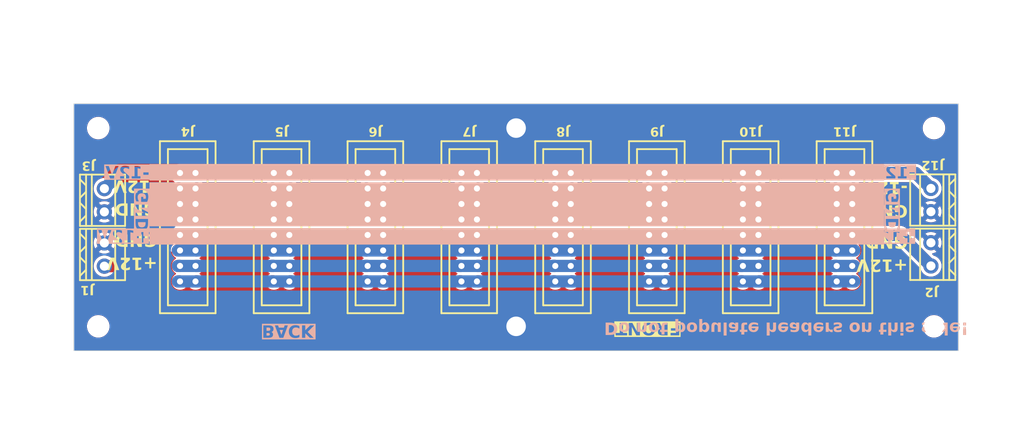
<source format=kicad_pcb>
(kicad_pcb (version 20240108) (generator "pcbnew") (generator_version "8.0")
  (layers (0 "F.Cu" signal) (31 "B.Cu" signal) (34 "B.Paste" user) (35 "F.Paste" user) (36 "B.SilkS" user "B.Silkscreen") (37 "F.SilkS" user "F.Silkscreen") (38 "B.Mask" user) (39 "F.Mask" user) (44 "Edge.Cuts" user))
  (net 0 "")
  (net 1 "GND")
  (net 2 "+12V")
  (net 3 "-12V")
  (net 4 "Net-(J10-Pin_11)")
  (net 5 "Net-(J10-Pin_13)")
  (net 6 "Net-(J10-Pin_15)")
  (footprint "BYOM_General:IDC-Header_2x08_P2.54mm_Vertical" (layer "F.Cu") (at 197.3 78.36)
    (property "Reference" "J9" (at 1.27 -6.86 180) (layer "F.SilkS") (effects (font (size 1.5 1.5) (thickness 0.2) (bold yes))))
    (property "Value" "EURORACK_16_PIN")
    (fp_line (start -4.68 -0.5) (end -4.68 0.5) (stroke (width 0.3)) (layer "F.SilkS"))
    (fp_line (start -4.68 0.5) (end -3.68 0) (stroke (width 0.3)) (layer "F.SilkS"))
    (fp_line (start -3.68 0) (end -4.68 -0.5) (stroke (width 0.3)) (layer "F.SilkS"))
    (fp_line (start -3.29 -5.21) (end 5.83 -5.21) (stroke (width 0.3)) (layer "F.SilkS"))
    (fp_line (start -3.29 6.84) (end -1.98 6.84) (stroke (width 0.3)) (layer "F.SilkS"))
    (fp_line (start -3.29 22.99) (end -3.29 -5.21) (stroke (width 0.3)) (layer "F.SilkS"))
    (fp_line (start -1.98 -3.91) (end 4.52 -3.91) (stroke (width 0.3)) (layer "F.SilkS"))
    (fp_line (start -1.98 6.84) (end -1.98 -3.91) (stroke (width 0.3)) (layer "F.SilkS"))
    (fp_line (start -1.98 10.94) (end -3.29 10.94) (stroke (width 0.3)) (layer "F.SilkS"))
    (fp_line (start -1.98 10.94) (end -1.98 10.94) (stroke (width 0.3)) (layer "F.SilkS"))
    (fp_line (start -1.98 21.69) (end -1.98 10.94) (stroke (width 0.3)) (layer "F.SilkS"))
    (fp_line (start 4.52 -3.91) (end 4.52 21.69) (stroke (width 0.3)) (layer "F.SilkS"))
    (fp_line (start 4.52 21.69) (end -1.98 21.69) (stroke (width 0.3)) (layer "F.SilkS"))
    (fp_line (start 5.83 -5.21) (end 5.83 22.99) (stroke (width 0.3)) (layer "F.SilkS"))
    (fp_line (start 5.83 22.99) (end -3.29 22.99) (stroke (width 0.3)) (layer "F.SilkS"))
    (pad "1" thru_hole roundrect (at 0 0) (size 2.3 2) (drill 1 (offset -0.2 0)) (layers "*.Cu" "*.Mask") (roundrect_rratio 0.147059) (net 3 "-12V"))
    (pad "2" thru_hole oval (at 2.54 0) (size 2.3 2) (drill 1 (offset 0.2 0)) (layers "*.Cu" "*.Mask") (net 3 "-12V"))
    (pad "3" thru_hole oval (at 0 2.54) (size 2.3 2) (drill 1 (offset -0.2 0)) (layers "*.Cu" "*.Mask") (net 1 "GND"))
    (pad "4" thru_hole oval (at 2.54 2.54) (size 2.3 2) (drill 1 (offset 0.2 0)) (layers "*.Cu" "*.Mask") (net 1 "GND"))
    (pad "5" thru_hole oval (at 0 5.08) (size 2.3 2) (drill 1 (offset -0.2 0)) (layers "*.Cu" "*.Mask") (net 1 "GND"))
    (pad "6" thru_hole oval (at 2.54 5.08) (size 2.3 2) (drill 1 (offset 0.2 0)) (layers "*.Cu" "*.Mask") (net 1 "GND"))
    (pad "7" thru_hole oval (at 0 7.62) (size 2.3 2) (drill 1 (offset -0.2 0)) (layers "*.Cu" "*.Mask") (net 1 "GND"))
    (pad "8" thru_hole oval (at 2.54 7.62) (size 2.3 2) (drill 1 (offset 0.2 0)) (layers "*.Cu" "*.Mask") (net 1 "GND"))
    (pad "9" thru_hole oval (at 0 10.16) (size 2.3 2) (drill 1 (offset -0.2 0)) (layers "*.Cu" "*.Mask") (net 2 "+12V"))
    (pad "10" thru_hole oval (at 2.54 10.16) (size 2.3 2) (drill 1 (offset 0.2 0)) (layers "*.Cu" "*.Mask") (net 2 "+12V"))
    (pad "11" thru_hole oval (at 0 12.7) (size 2.3 2) (drill 1 (offset -0.2 0)) (layers "*.Cu" "*.Mask") (net 4 "Net-(J10-Pin_11)"))
    (pad "12" thru_hole oval (at 2.54 12.7) (size 2.3 2) (drill 1 (offset 0.2 0)) (layers "*.Cu" "*.Mask") (net 4 "Net-(J10-Pin_11)"))
    (pad "13" thru_hole oval (at 0 15.24) (size 2.3 2) (drill 1 (offset -0.2 0)) (layers "*.Cu" "*.Mask") (net 5 "Net-(J10-Pin_13)"))
    (pad "14" thru_hole oval (at 2.54 15.24) (size 2.3 2) (drill 1 (offset 0.2 0)) (layers "*.Cu" "*.Mask") (net 5 "Net-(J10-Pin_13)"))
    (pad "15" thru_hole oval (at 0 17.78) (size 2.3 2) (drill 1 (offset -0.2 0)) (layers "*.Cu" "*.Mask") (net 6 "Net-(J10-Pin_15)"))
    (pad "16" thru_hole oval (at 2.54 17.78) (size 2.3 2) (drill 1 (offset 0.2 0)) (layers "*.Cu" "*.Mask") (net 6 "Net-(J10-Pin_15)"))
  )
  (footprint "BYOM_General:5.08 01X02" (layer "F.Cu") (at 243.8 82.794996 90)
    (property "Reference" "J12" (at 5.794996 0 180) (layer "F.SilkS") (effects (font (size 1.5 1.5) (thickness 0.2) (bold yes))))
    (property "Value" "Screw_Terminal_01x02")
    (fp_line (start 4.205029 -3.7) (end 4.205029 3.7) (stroke (width 0.3)) (layer "F.SilkS"))
    (fp_line (start -4.205029 -3.699975) (end 4.205029 -3.7) (stroke (width 0.3)) (layer "F.SilkS"))
    (fp_line (start -4.205029 -3.699975) (end -4.205029 3.7) (stroke (width 0.3)) (layer "F.SilkS"))
    (fp_line (start -4.205029 -2.07775) (end 4.205029 -2.07775) (stroke (width 0.3)) (layer "F.SilkS"))
    (fp_line (start -4.205029 1.754407) (end 4.205029 1.754407) (stroke (width 0.3)) (layer "F.SilkS"))
    (fp_line (start 2.562103 2.7) (end 2.562103 2.764211) (stroke (width 0.3)) (layer "F.SilkS"))
    (fp_line (start -1.392304 2.7) (end -0.392304 3.7) (stroke (width 0.3)) (layer "F.SilkS"))
    (fp_line (start -1.401626 2.7) (end -1.392304 2.7) (stroke (width 0.3)) (layer "F.SilkS"))
    (fp_line (start -4.205029 2.7) (end 4.205029 2.7) (stroke (width 0.3)) (layer "F.SilkS"))
    (fp_line (start 2.562103 2.764211) (end 3.497892 3.7) (stroke (width 0.3)) (layer "F.SilkS"))
    (fp_line (start 0.432487 3.7) (end 1.432487 2.7) (stroke (width 0.3)) (layer "F.SilkS"))
    (fp_line (start 0.403099 3.7) (end 0.432487 3.7) (stroke (width 0.3)) (layer "F.SilkS"))
    (fp_line (start -3.424308 3.7) (end -2.424308 2.7) (stroke (width 0.3)) (layer "F.SilkS"))
    (fp_line (start -3.426949 3.7) (end -3.424308 3.7) (stroke (width 0.3)) (layer "F.SilkS"))
    (fp_line (start -4.205029 3.7) (end 4.205004 3.7) (stroke (width 0.3)) (layer "F.SilkS"))
    (pad "1" thru_hole circle (at -1.905004 -0.3 90) (size 2.5 2.5) (drill 1.500025) (layers "*.Cu" "*.Mask") (net 1 "GND"))
    (pad "2" thru_hole circle (at 1.905004 -0.3 90) (size 2.5 2.5) (drill 1.500025) (layers "*.Cu" "*.Mask") (net 3 "-12V"))
  )
  (footprint "MountingHole:MountingHole_3.2mm_M3" (layer "F.Cu") (at 244 71)
    (property "Reference" "REF**" (hide yes))
    (property "Value" "MountingHole_3.2mm_M3")
    (pad "" np_thru_hole circle (at 0 0) (size 3.2 3.2) (drill 3.2) (layers "*.Cu" "*.Mask"))
  )
  (footprint "BYOM_General:IDC-Header_2x08_P2.54mm_Vertical" (layer "F.Cu") (at 120.4 78.36)
    (property "Reference" "J4" (at 1.27 -6.86 180) (layer "F.SilkS") (effects (font (size 1.5 1.5) (thickness 0.2) (bold yes))))
    (property "Value" "EURORACK_16_PIN")
    (fp_line (start -4.68 -0.5) (end -4.68 0.5) (stroke (width 0.3)) (layer "F.SilkS"))
    (fp_line (start -4.68 0.5) (end -3.68 0) (stroke (width 0.3)) (layer "F.SilkS"))
    (fp_line (start -3.68 0) (end -4.68 -0.5) (stroke (width 0.3)) (layer "F.SilkS"))
    (fp_line (start -3.29 -5.21) (end 5.83 -5.21) (stroke (width 0.3)) (layer "F.SilkS"))
    (fp_line (start -3.29 6.84) (end -1.98 6.84) (stroke (width 0.3)) (layer "F.SilkS"))
    (fp_line (start -3.29 22.99) (end -3.29 -5.21) (stroke (width 0.3)) (layer "F.SilkS"))
    (fp_line (start -1.98 -3.91) (end 4.52 -3.91) (stroke (width 0.3)) (layer "F.SilkS"))
    (fp_line (start -1.98 6.84) (end -1.98 -3.91) (stroke (width 0.3)) (layer "F.SilkS"))
    (fp_line (start -1.98 10.94) (end -3.29 10.94) (stroke (width 0.3)) (layer "F.SilkS"))
    (fp_line (start -1.98 10.94) (end -1.98 10.94) (stroke (width 0.3)) (layer "F.SilkS"))
    (fp_line (start -1.98 21.69) (end -1.98 10.94) (stroke (width 0.3)) (layer "F.SilkS"))
    (fp_line (start 4.52 -3.91) (end 4.52 21.69) (stroke (width 0.3)) (layer "F.SilkS"))
    (fp_line (start 4.52 21.69) (end -1.98 21.69) (stroke (width 0.3)) (layer "F.SilkS"))
    (fp_line (start 5.83 -5.21) (end 5.83 22.99) (stroke (width 0.3)) (layer "F.SilkS"))
    (fp_line (start 5.83 22.99) (end -3.29 22.99) (stroke (width 0.3)) (layer "F.SilkS"))
    (pad "1" thru_hole roundrect (at 0 0) (size 2.3 2) (drill 1 (offset -0.2 0)) (layers "*.Cu" "*.Mask") (roundrect_rratio 0.147059) (net 3 "-12V"))
    (pad "2" thru_hole oval (at 2.54 0) (size 2.3 2) (drill 1 (offset 0.2 0)) (layers "*.Cu" "*.Mask") (net 3 "-12V"))
    (pad "3" thru_hole oval (at 0 2.54) (size 2.3 2) (drill 1 (offset -0.2 0)) (layers "*.Cu" "*.Mask") (net 1 "GND"))
    (pad "4" thru_hole oval (at 2.54 2.54) (size 2.3 2) (drill 1 (offset 0.2 0)) (layers "*.Cu" "*.Mask") (net 1 "GND"))
    (pad "5" thru_hole oval (at 0 5.08) (size 2.3 2) (drill 1 (offset -0.2 0)) (layers "*.Cu" "*.Mask") (net 1 "GND"))
    (pad "6" thru_hole oval (at 2.54 5.08) (size 2.3 2) (drill 1 (offset 0.2 0)) (layers "*.Cu" "*.Mask") (net 1 "GND"))
    (pad "7" thru_hole oval (at 0 7.62) (size 2.3 2) (drill 1 (offset -0.2 0)) (layers "*.Cu" "*.Mask") (net 1 "GND"))
    (pad "8" thru_hole oval (at 2.54 7.62) (size 2.3 2) (drill 1 (offset 0.2 0)) (layers "*.Cu" "*.Mask") (net 1 "GND"))
    (pad "9" thru_hole oval (at 0 10.16) (size 2.3 2) (drill 1 (offset -0.2 0)) (layers "*.Cu" "*.Mask") (net 2 "+12V"))
    (pad "10" thru_hole oval (at 2.54 10.16) (size 2.3 2) (drill 1 (offset 0.2 0)) (layers "*.Cu" "*.Mask") (net 2 "+12V"))
    (pad "11" thru_hole oval (at 0 12.7) (size 2.3 2) (drill 1 (offset -0.2 0)) (layers "*.Cu" "*.Mask") (net 4 "Net-(J10-Pin_11)"))
    (pad "12" thru_hole oval (at 2.54 12.7) (size 2.3 2) (drill 1 (offset 0.2 0)) (layers "*.Cu" "*.Mask") (net 4 "Net-(J10-Pin_11)"))
    (pad "13" thru_hole oval (at 0 15.24) (size 2.3 2) (drill 1 (offset -0.2 0)) (layers "*.Cu" "*.Mask") (net 5 "Net-(J10-Pin_13)"))
    (pad "14" thru_hole oval (at 2.54 15.24) (size 2.3 2) (drill 1 (offset 0.2 0)) (layers "*.Cu" "*.Mask") (net 5 "Net-(J10-Pin_13)"))
    (pad "15" thru_hole oval (at 0 17.78) (size 2.3 2) (drill 1 (offset -0.2 0)) (layers "*.Cu" "*.Mask") (net 6 "Net-(J10-Pin_15)"))
    (pad "16" thru_hole oval (at 2.54 17.78) (size 2.3 2) (drill 1 (offset 0.2 0)) (layers "*.Cu" "*.Mask") (net 6 "Net-(J10-Pin_15)"))
  )
  (footprint "BYOM_General:5.08 01X02" (layer "F.Cu") (at 107.7 91.729997 -90)
    (property "Reference" "J1" (at 5.770003 2.5 180) (layer "F.SilkS") (effects (font (size 1.5 1.5) (thickness 0.2) (bold yes))))
    (property "Value" "Screw_Terminal_01x02")
    (fp_line (start -4.205029 3.7) (end 4.205004 3.7) (stroke (width 0.3)) (layer "F.SilkS"))
    (fp_line (start -3.426949 3.7) (end -3.424308 3.7) (stroke (width 0.3)) (layer "F.SilkS"))
    (fp_line (start -3.424308 3.7) (end -2.424308 2.7) (stroke (width 0.3)) (layer "F.SilkS"))
    (fp_line (start 0.403099 3.7) (end 0.432487 3.7) (stroke (width 0.3)) (layer "F.SilkS"))
    (fp_line (start 0.432487 3.7) (end 1.432487 2.7) (stroke (width 0.3)) (layer "F.SilkS"))
    (fp_line (start 2.562103 2.764211) (end 3.497892 3.7) (stroke (width 0.3)) (layer "F.SilkS"))
    (fp_line (start -4.205029 2.7) (end 4.205029 2.7) (stroke (width 0.3)) (layer "F.SilkS"))
    (fp_line (start -1.401626 2.7) (end -1.392304 2.7) (stroke (width 0.3)) (layer "F.SilkS"))
    (fp_line (start -1.392304 2.7) (end -0.392304 3.7) (stroke (width 0.3)) (layer "F.SilkS"))
    (fp_line (start 2.562103 2.7) (end 2.562103 2.764211) (stroke (width 0.3)) (layer "F.SilkS"))
    (fp_line (start -4.205029 1.754407) (end 4.205029 1.754407) (stroke (width 0.3)) (layer "F.SilkS"))
    (fp_line (start -4.205029 -2.07775) (end 4.205029 -2.07775) (stroke (width 0.3)) (layer "F.SilkS"))
    (fp_line (start -4.205029 -3.699975) (end -4.205029 3.7) (stroke (width 0.3)) (layer "F.SilkS"))
    (fp_line (start -4.205029 -3.699975) (end 4.205029 -3.7) (stroke (width 0.3)) (layer "F.SilkS"))
    (fp_line (start 4.205029 -3.7) (end 4.205029 3.7) (stroke (width 0.3)) (layer "F.SilkS"))
    (pad "1" thru_hole circle (at -1.905004 -0.3 270) (size 2.5 2.5) (drill 1.500025) (layers "*.Cu" "*.Mask") (net 1 "GND"))
    (pad "2" thru_hole circle (at 1.905004 -0.3 270) (size 2.5 2.5) (drill 1.500025) (layers "*.Cu" "*.Mask") (net 2 "+12V"))
  )
  (footprint "BYOM_General:IDC-Header_2x08_P2.54mm_Vertical" (layer "F.Cu") (at 151.16 78.36)
    (property "Reference" "J6" (at 1.27 -6.86 180) (layer "F.SilkS") (effects (font (size 1.5 1.5) (thickness 0.2) (bold yes))))
    (property "Value" "EURORACK_16_PIN")
    (fp_line (start -4.68 -0.5) (end -4.68 0.5) (stroke (width 0.3)) (layer "F.SilkS"))
    (fp_line (start -4.68 0.5) (end -3.68 0) (stroke (width 0.3)) (layer "F.SilkS"))
    (fp_line (start -3.68 0) (end -4.68 -0.5) (stroke (width 0.3)) (layer "F.SilkS"))
    (fp_line (start -3.29 -5.21) (end 5.83 -5.21) (stroke (width 0.3)) (layer "F.SilkS"))
    (fp_line (start -3.29 6.84) (end -1.98 6.84) (stroke (width 0.3)) (layer "F.SilkS"))
    (fp_line (start -3.29 22.99) (end -3.29 -5.21) (stroke (width 0.3)) (layer "F.SilkS"))
    (fp_line (start -1.98 -3.91) (end 4.52 -3.91) (stroke (width 0.3)) (layer "F.SilkS"))
    (fp_line (start -1.98 6.84) (end -1.98 -3.91) (stroke (width 0.3)) (layer "F.SilkS"))
    (fp_line (start -1.98 10.94) (end -3.29 10.94) (stroke (width 0.3)) (layer "F.SilkS"))
    (fp_line (start -1.98 10.94) (end -1.98 10.94) (stroke (width 0.3)) (layer "F.SilkS"))
    (fp_line (start -1.98 21.69) (end -1.98 10.94) (stroke (width 0.3)) (layer "F.SilkS"))
    (fp_line (start 4.52 -3.91) (end 4.52 21.69) (stroke (width 0.3)) (layer "F.SilkS"))
    (fp_line (start 4.52 21.69) (end -1.98 21.69) (stroke (width 0.3)) (layer "F.SilkS"))
    (fp_line (start 5.83 -5.21) (end 5.83 22.99) (stroke (width 0.3)) (layer "F.SilkS"))
    (fp_line (start 5.83 22.99) (end -3.29 22.99) (stroke (width 0.3)) (layer "F.SilkS"))
    (pad "1" thru_hole roundrect (at 0 0) (size 2.3 2) (drill 1 (offset -0.2 0)) (layers "*.Cu" "*.Mask") (roundrect_rratio 0.147059) (net 3 "-12V"))
    (pad "2" thru_hole oval (at 2.54 0) (size 2.3 2) (drill 1 (offset 0.2 0)) (layers "*.Cu" "*.Mask") (net 3 "-12V"))
    (pad "3" thru_hole oval (at 0 2.54) (size 2.3 2) (drill 1 (offset -0.2 0)) (layers "*.Cu" "*.Mask") (net 1 "GND"))
    (pad "4" thru_hole oval (at 2.54 2.54) (size 2.3 2) (drill 1 (offset 0.2 0)) (layers "*.Cu" "*.Mask") (net 1 "GND"))
    (pad "5" thru_hole oval (at 0 5.08) (size 2.3 2) (drill 1 (offset -0.2 0)) (layers "*.Cu" "*.Mask") (net 1 "GND"))
    (pad "6" thru_hole oval (at 2.54 5.08) (size 2.3 2) (drill 1 (offset 0.2 0)) (layers "*.Cu" "*.Mask") (net 1 "GND"))
    (pad "7" thru_hole oval (at 0 7.62) (size 2.3 2) (drill 1 (offset -0.2 0)) (layers "*.Cu" "*.Mask") (net 1 "GND"))
    (pad "8" thru_hole oval (at 2.54 7.62) (size 2.3 2) (drill 1 (offset 0.2 0)) (layers "*.Cu" "*.Mask") (net 1 "GND"))
    (pad "9" thru_hole oval (at 0 10.16) (size 2.3 2) (drill 1 (offset -0.2 0)) (layers "*.Cu" "*.Mask") (net 2 "+12V"))
    (pad "10" thru_hole oval (at 2.54 10.16) (size 2.3 2) (drill 1 (offset 0.2 0)) (layers "*.Cu" "*.Mask") (net 2 "+12V"))
    (pad "11" thru_hole oval (at 0 12.7) (size 2.3 2) (drill 1 (offset -0.2 0)) (layers "*.Cu" "*.Mask") (net 4 "Net-(J10-Pin_11)"))
    (pad "12" thru_hole oval (at 2.54 12.7) (size 2.3 2) (drill 1 (offset 0.2 0)) (layers "*.Cu" "*.Mask") (net 4 "Net-(J10-Pin_11)"))
    (pad "13" thru_hole oval (at 0 15.24) (size 2.3 2) (drill 1 (offset -0.2 0)) (layers "*.Cu" "*.Mask") (net 5 "Net-(J10-Pin_13)"))
    (pad "14" thru_hole oval (at 2.54 15.24) (size 2.3 2) (drill 1 (offset 0.2 0)) (layers "*.Cu" "*.Mask") (net 5 "Net-(J10-Pin_13)"))
    (pad "15" thru_hole oval (at 0 17.78) (size 2.3 2) (drill 1 (offset -0.2 0)) (layers "*.Cu" "*.Mask") (net 6 "Net-(J10-Pin_15)"))
    (pad "16" thru_hole oval (at 2.54 17.78) (size 2.3 2) (drill 1 (offset 0.2 0)) (layers "*.Cu" "*.Mask") (net 6 "Net-(J10-Pin_15)"))
  )
  (footprint "MountingHole:MountingHole_3.2mm_M3" (layer "F.Cu") (at 175.5 71)
    (property "Reference" "REF**" (hide yes))
    (property "Value" "MountingHole_3.2mm_M3")
    (pad "" np_thru_hole circle (at 0 0) (size 3.2 3.2) (drill 3.2) (layers "*.Cu" "*.Mask"))
  )
  (footprint "BYOM_General:5.08 01X02" (layer "F.Cu") (at 107.7 82.829997 -90)
    (property "Reference" "J3" (at -5.729997 2.3 180) (layer "F.SilkS") (effects (font (size 1.5 1.5) (thickness 0.2) (bold yes))))
    (property "Value" "Screw_Terminal_01x02")
    (fp_line (start -4.205029 3.7) (end 4.205004 3.7) (stroke (width 0.3)) (layer "F.SilkS"))
    (fp_line (start -3.426949 3.7) (end -3.424308 3.7) (stroke (width 0.3)) (layer "F.SilkS"))
    (fp_line (start -3.424308 3.7) (end -2.424308 2.7) (stroke (width 0.3)) (layer "F.SilkS"))
    (fp_line (start 0.403099 3.7) (end 0.432487 3.7) (stroke (width 0.3)) (layer "F.SilkS"))
    (fp_line (start 0.432487 3.7) (end 1.432487 2.7) (stroke (width 0.3)) (layer "F.SilkS"))
    (fp_line (start 2.562103 2.764211) (end 3.497892 3.7) (stroke (width 0.3)) (layer "F.SilkS"))
    (fp_line (start -4.205029 2.7) (end 4.205029 2.7) (stroke (width 0.3)) (layer "F.SilkS"))
    (fp_line (start -1.401626 2.7) (end -1.392304 2.7) (stroke (width 0.3)) (layer "F.SilkS"))
    (fp_line (start -1.392304 2.7) (end -0.392304 3.7) (stroke (width 0.3)) (layer "F.SilkS"))
    (fp_line (start 2.562103 2.7) (end 2.562103 2.764211) (stroke (width 0.3)) (layer "F.SilkS"))
    (fp_line (start -4.205029 1.754407) (end 4.205029 1.754407) (stroke (width 0.3)) (layer "F.SilkS"))
    (fp_line (start -4.205029 -2.07775) (end 4.205029 -2.07775) (stroke (width 0.3)) (layer "F.SilkS"))
    (fp_line (start -4.205029 -3.699975) (end -4.205029 3.7) (stroke (width 0.3)) (layer "F.SilkS"))
    (fp_line (start -4.205029 -3.699975) (end 4.205029 -3.7) (stroke (width 0.3)) (layer "F.SilkS"))
    (fp_line (start 4.205029 -3.7) (end 4.205029 3.7) (stroke (width 0.3)) (layer "F.SilkS"))
    (pad "1" thru_hole circle (at -1.905004 -0.3 270) (size 2.5 2.5) (drill 1.500025) (layers "*.Cu" "*.Mask") (net 3 "-12V"))
    (pad "2" thru_hole circle (at 1.905004 -0.3 270) (size 2.5 2.5) (drill 1.500025) (layers "*.Cu" "*.Mask") (net 1 "GND"))
  )
  (footprint "MountingHole:MountingHole_3.2mm_M3" (layer "F.Cu") (at 244 103.5)
    (property "Reference" "REF**" (hide yes))
    (property "Value" "MountingHole_3.2mm_M3")
    (pad "" np_thru_hole circle (at 0 0) (size 3.2 3.2) (drill 3.2) (layers "*.Cu" "*.Mask"))
  )
  (footprint "BYOM_General:IDC-Header_2x08_P2.54mm_Vertical" (layer "F.Cu") (at 181.92 78.36)
    (property "Reference" "J8" (at 1.27 -6.86 180) (layer "F.SilkS") (effects (font (size 1.5 1.5) (thickness 0.2) (bold yes))))
    (property "Value" "EURORACK_16_PIN")
    (fp_line (start -4.68 -0.5) (end -4.68 0.5) (stroke (width 0.3)) (layer "F.SilkS"))
    (fp_line (start -4.68 0.5) (end -3.68 0) (stroke (width 0.3)) (layer "F.SilkS"))
    (fp_line (start -3.68 0) (end -4.68 -0.5) (stroke (width 0.3)) (layer "F.SilkS"))
    (fp_line (start -3.29 -5.21) (end 5.83 -5.21) (stroke (width 0.3)) (layer "F.SilkS"))
    (fp_line (start -3.29 6.84) (end -1.98 6.84) (stroke (width 0.3)) (layer "F.SilkS"))
    (fp_line (start -3.29 22.99) (end -3.29 -5.21) (stroke (width 0.3)) (layer "F.SilkS"))
    (fp_line (start -1.98 -3.91) (end 4.52 -3.91) (stroke (width 0.3)) (layer "F.SilkS"))
    (fp_line (start -1.98 6.84) (end -1.98 -3.91) (stroke (width 0.3)) (layer "F.SilkS"))
    (fp_line (start -1.98 10.94) (end -3.29 10.94) (stroke (width 0.3)) (layer "F.SilkS"))
    (fp_line (start -1.98 10.94) (end -1.98 10.94) (stroke (width 0.3)) (layer "F.SilkS"))
    (fp_line (start -1.98 21.69) (end -1.98 10.94) (stroke (width 0.3)) (layer "F.SilkS"))
    (fp_line (start 4.52 -3.91) (end 4.52 21.69) (stroke (width 0.3)) (layer "F.SilkS"))
    (fp_line (start 4.52 21.69) (end -1.98 21.69) (stroke (width 0.3)) (layer "F.SilkS"))
    (fp_line (start 5.83 -5.21) (end 5.83 22.99) (stroke (width 0.3)) (layer "F.SilkS"))
    (fp_line (start 5.83 22.99) (end -3.29 22.99) (stroke (width 0.3)) (layer "F.SilkS"))
    (pad "1" thru_hole roundrect (at 0 0) (size 2.3 2) (drill 1 (offset -0.2 0)) (layers "*.Cu" "*.Mask") (roundrect_rratio 0.147059) (net 3 "-12V"))
    (pad "2" thru_hole oval (at 2.54 0) (size 2.3 2) (drill 1 (offset 0.2 0)) (layers "*.Cu" "*.Mask") (net 3 "-12V"))
    (pad "3" thru_hole oval (at 0 2.54) (size 2.3 2) (drill 1 (offset -0.2 0)) (layers "*.Cu" "*.Mask") (net 1 "GND"))
    (pad "4" thru_hole oval (at 2.54 2.54) (size 2.3 2) (drill 1 (offset 0.2 0)) (layers "*.Cu" "*.Mask") (net 1 "GND"))
    (pad "5" thru_hole oval (at 0 5.08) (size 2.3 2) (drill 1 (offset -0.2 0)) (layers "*.Cu" "*.Mask") (net 1 "GND"))
    (pad "6" thru_hole oval (at 2.54 5.08) (size 2.3 2) (drill 1 (offset 0.2 0)) (layers "*.Cu" "*.Mask") (net 1 "GND"))
    (pad "7" thru_hole oval (at 0 7.62) (size 2.3 2) (drill 1 (offset -0.2 0)) (layers "*.Cu" "*.Mask") (net 1 "GND"))
    (pad "8" thru_hole oval (at 2.54 7.62) (size 2.3 2) (drill 1 (offset 0.2 0)) (layers "*.Cu" "*.Mask") (net 1 "GND"))
    (pad "9" thru_hole oval (at 0 10.16) (size 2.3 2) (drill 1 (offset -0.2 0)) (layers "*.Cu" "*.Mask") (net 2 "+12V"))
    (pad "10" thru_hole oval (at 2.54 10.16) (size 2.3 2) (drill 1 (offset 0.2 0)) (layers "*.Cu" "*.Mask") (net 2 "+12V"))
    (pad "11" thru_hole oval (at 0 12.7) (size 2.3 2) (drill 1 (offset -0.2 0)) (layers "*.Cu" "*.Mask") (net 4 "Net-(J10-Pin_11)"))
    (pad "12" thru_hole oval (at 2.54 12.7) (size 2.3 2) (drill 1 (offset 0.2 0)) (layers "*.Cu" "*.Mask") (net 4 "Net-(J10-Pin_11)"))
    (pad "13" thru_hole oval (at 0 15.24) (size 2.3 2) (drill 1 (offset -0.2 0)) (layers "*.Cu" "*.Mask") (net 5 "Net-(J10-Pin_13)"))
    (pad "14" thru_hole oval (at 2.54 15.24) (size 2.3 2) (drill 1 (offset 0.2 0)) (layers "*.Cu" "*.Mask") (net 5 "Net-(J10-Pin_13)"))
    (pad "15" thru_hole oval (at 0 17.78) (size 2.3 2) (drill 1 (offset -0.2 0)) (layers "*.Cu" "*.Mask") (net 6 "Net-(J10-Pin_15)"))
    (pad "16" thru_hole oval (at 2.54 17.78) (size 2.3 2) (drill 1 (offset 0.2 0)) (layers "*.Cu" "*.Mask") (net 6 "Net-(J10-Pin_15)"))
  )
  (footprint "BYOM_General:5.08 01X02" (layer "F.Cu") (at 243.8 91.694996 90)
    (property "Reference" "J2" (at -6.105004 -0.2 180) (layer "F.SilkS") (effects (font (size 1.5 1.5) (thickness 0.2) (bold yes))))
    (property "Value" "Screw_Terminal_01x02")
    (fp_line (start 4.205029 -3.7) (end 4.205029 3.7) (stroke (width 0.3)) (layer "F.SilkS"))
    (fp_line (start -4.205029 -3.699975) (end 4.205029 -3.7) (stroke (width 0.3)) (layer "F.SilkS"))
    (fp_line (start -4.205029 -3.699975) (end -4.205029 3.7) (stroke (width 0.3)) (layer "F.SilkS"))
    (fp_line (start -4.205029 -2.07775) (end 4.205029 -2.07775) (stroke (width 0.3)) (layer "F.SilkS"))
    (fp_line (start -4.205029 1.754407) (end 4.205029 1.754407) (stroke (width 0.3)) (layer "F.SilkS"))
    (fp_line (start 2.562103 2.7) (end 2.562103 2.764211) (stroke (width 0.3)) (layer "F.SilkS"))
    (fp_line (start -1.392304 2.7) (end -0.392304 3.7) (stroke (width 0.3)) (layer "F.SilkS"))
    (fp_line (start -1.401626 2.7) (end -1.392304 2.7) (stroke (width 0.3)) (layer "F.SilkS"))
    (fp_line (start -4.205029 2.7) (end 4.205029 2.7) (stroke (width 0.3)) (layer "F.SilkS"))
    (fp_line (start 2.562103 2.764211) (end 3.497892 3.7) (stroke (width 0.3)) (layer "F.SilkS"))
    (fp_line (start 0.432487 3.7) (end 1.432487 2.7) (stroke (width 0.3)) (layer "F.SilkS"))
    (fp_line (start 0.403099 3.7) (end 0.432487 3.7) (stroke (width 0.3)) (layer "F.SilkS"))
    (fp_line (start -3.424308 3.7) (end -2.424308 2.7) (stroke (width 0.3)) (layer "F.SilkS"))
    (fp_line (start -3.426949 3.7) (end -3.424308 3.7) (stroke (width 0.3)) (layer "F.SilkS"))
    (fp_line (start -4.205029 3.7) (end 4.205004 3.7) (stroke (width 0.3)) (layer "F.SilkS"))
    (pad "1" thru_hole circle (at -1.905004 -0.3 90) (size 2.5 2.5) (drill 1.500025) (layers "*.Cu" "*.Mask") (net 2 "+12V"))
    (pad "2" thru_hole circle (at 1.905004 -0.3 90) (size 2.5 2.5) (drill 1.500025) (layers "*.Cu" "*.Mask") (net 1 "GND"))
  )
  (footprint "BYOM_General:IDC-Header_2x08_P2.54mm_Vertical" (layer "F.Cu") (at 166.54 78.36)
    (property "Reference" "J7" (at 1.27 -6.86 180) (layer "F.SilkS") (effects (font (size 1.5 1.5) (thickness 0.2) (bold yes))))
    (property "Value" "EURORACK_16_PIN")
    (fp_line (start -4.68 -0.5) (end -4.68 0.5) (stroke (width 0.3)) (layer "F.SilkS"))
    (fp_line (start -4.68 0.5) (end -3.68 0) (stroke (width 0.3)) (layer "F.SilkS"))
    (fp_line (start -3.68 0) (end -4.68 -0.5) (stroke (width 0.3)) (layer "F.SilkS"))
    (fp_line (start -3.29 -5.21) (end 5.83 -5.21) (stroke (width 0.3)) (layer "F.SilkS"))
    (fp_line (start -3.29 6.84) (end -1.98 6.84) (stroke (width 0.3)) (layer "F.SilkS"))
    (fp_line (start -3.29 22.99) (end -3.29 -5.21) (stroke (width 0.3)) (layer "F.SilkS"))
    (fp_line (start -1.98 -3.91) (end 4.52 -3.91) (stroke (width 0.3)) (layer "F.SilkS"))
    (fp_line (start -1.98 6.84) (end -1.98 -3.91) (stroke (width 0.3)) (layer "F.SilkS"))
    (fp_line (start -1.98 10.94) (end -3.29 10.94) (stroke (width 0.3)) (layer "F.SilkS"))
    (fp_line (start -1.98 10.94) (end -1.98 10.94) (stroke (width 0.3)) (layer "F.SilkS"))
    (fp_line (start -1.98 21.69) (end -1.98 10.94) (stroke (width 0.3)) (layer "F.SilkS"))
    (fp_line (start 4.52 -3.91) (end 4.52 21.69) (stroke (width 0.3)) (layer "F.SilkS"))
    (fp_line (start 4.52 21.69) (end -1.98 21.69) (stroke (width 0.3)) (layer "F.SilkS"))
    (fp_line (start 5.83 -5.21) (end 5.83 22.99) (stroke (width 0.3)) (layer "F.SilkS"))
    (fp_line (start 5.83 22.99) (end -3.29 22.99) (stroke (width 0.3)) (layer "F.SilkS"))
    (pad "1" thru_hole roundrect (at 0 0) (size 2.3 2) (drill 1 (offset -0.2 0)) (layers "*.Cu" "*.Mask") (roundrect_rratio 0.147059) (net 3 "-12V"))
    (pad "2" thru_hole oval (at 2.54 0) (size 2.3 2) (drill 1 (offset 0.2 0)) (layers "*.Cu" "*.Mask") (net 3 "-12V"))
    (pad "3" thru_hole oval (at 0 2.54) (size 2.3 2) (drill 1 (offset -0.2 0)) (layers "*.Cu" "*.Mask") (net 1 "GND"))
    (pad "4" thru_hole oval (at 2.54 2.54) (size 2.3 2) (drill 1 (offset 0.2 0)) (layers "*.Cu" "*.Mask") (net 1 "GND"))
    (pad "5" thru_hole oval (at 0 5.08) (size 2.3 2) (drill 1 (offset -0.2 0)) (layers "*.Cu" "*.Mask") (net 1 "GND"))
    (pad "6" thru_hole oval (at 2.54 5.08) (size 2.3 2) (drill 1 (offset 0.2 0)) (layers "*.Cu" "*.Mask") (net 1 "GND"))
    (pad "7" thru_hole oval (at 0 7.62) (size 2.3 2) (drill 1 (offset -0.2 0)) (layers "*.Cu" "*.Mask") (net 1 "GND"))
    (pad "8" thru_hole oval (at 2.54 7.62) (size 2.3 2) (drill 1 (offset 0.2 0)) (layers "*.Cu" "*.Mask") (net 1 "GND"))
    (pad "9" thru_hole oval (at 0 10.16) (size 2.3 2) (drill 1 (offset -0.2 0)) (layers "*.Cu" "*.Mask") (net 2 "+12V"))
    (pad "10" thru_hole oval (at 2.54 10.16) (size 2.3 2) (drill 1 (offset 0.2 0)) (layers "*.Cu" "*.Mask") (net 2 "+12V"))
    (pad "11" thru_hole oval (at 0 12.7) (size 2.3 2) (drill 1 (offset -0.2 0)) (layers "*.Cu" "*.Mask") (net 4 "Net-(J10-Pin_11)"))
    (pad "12" thru_hole oval (at 2.54 12.7) (size 2.3 2) (drill 1 (offset 0.2 0)) (layers "*.Cu" "*.Mask") (net 4 "Net-(J10-Pin_11)"))
    (pad "13" thru_hole oval (at 0 15.24) (size 2.3 2) (drill 1 (offset -0.2 0)) (layers "*.Cu" "*.Mask") (net 5 "Net-(J10-Pin_13)"))
    (pad "14" thru_hole oval (at 2.54 15.24) (size 2.3 2) (drill 1 (offset 0.2 0)) (layers "*.Cu" "*.Mask") (net 5 "Net-(J10-Pin_13)"))
    (pad "15" thru_hole oval (at 0 17.78) (size 2.3 2) (drill 1 (offset -0.2 0)) (layers "*.Cu" "*.Mask") (net 6 "Net-(J10-Pin_15)"))
    (pad "16" thru_hole oval (at 2.54 17.78) (size 2.3 2) (drill 1 (offset 0.2 0)) (layers "*.Cu" "*.Mask") (net 6 "Net-(J10-Pin_15)"))
  )
  (footprint "MountingHole:MountingHole_3.2mm_M3" (layer "F.Cu") (at 107 70.9)
    (property "Reference" "REF**" (hide yes))
    (property "Value" "MountingHole_3.2mm_M3")
    (pad "" np_thru_hole circle (at 0 0) (size 3.2 3.2) (drill 3.2) (layers "*.Cu" "*.Mask"))
  )
  (footprint "MountingHole:MountingHole_3.2mm_M3" (layer "F.Cu") (at 175.5 103.5)
    (property "Reference" "REF**" (hide yes))
    (property "Value" "MountingHole_3.2mm_M3")
    (pad "" np_thru_hole circle (at 0 0) (size 3.2 3.2) (drill 3.2) (layers "*.Cu" "*.Mask"))
  )
  (footprint "BYOM_General:IDC-Header_2x08_P2.54mm_Vertical" (layer "F.Cu") (at 228.06 78.36)
    (property "Reference" "J11" (at 1.27 -6.86 180) (layer "F.SilkS") (effects (font (size 1.5 1.5) (thickness 0.2) (bold yes))))
    (property "Value" "EURORACK_16_PIN")
    (fp_line (start -4.68 -0.5) (end -4.68 0.5) (stroke (width 0.3)) (layer "F.SilkS"))
    (fp_line (start -4.68 0.5) (end -3.68 0) (stroke (width 0.3)) (layer "F.SilkS"))
    (fp_line (start -3.68 0) (end -4.68 -0.5) (stroke (width 0.3)) (layer "F.SilkS"))
    (fp_line (start -3.29 -5.21) (end 5.83 -5.21) (stroke (width 0.3)) (layer "F.SilkS"))
    (fp_line (start -3.29 6.84) (end -1.98 6.84) (stroke (width 0.3)) (layer "F.SilkS"))
    (fp_line (start -3.29 22.99) (end -3.29 -5.21) (stroke (width 0.3)) (layer "F.SilkS"))
    (fp_line (start -1.98 -3.91) (end 4.52 -3.91) (stroke (width 0.3)) (layer "F.SilkS"))
    (fp_line (start -1.98 6.84) (end -1.98 -3.91) (stroke (width 0.3)) (layer "F.SilkS"))
    (fp_line (start -1.98 10.94) (end -3.29 10.94) (stroke (width 0.3)) (layer "F.SilkS"))
    (fp_line (start -1.98 10.94) (end -1.98 10.94) (stroke (width 0.3)) (layer "F.SilkS"))
    (fp_line (start -1.98 21.69) (end -1.98 10.94) (stroke (width 0.3)) (layer "F.SilkS"))
    (fp_line (start 4.52 -3.91) (end 4.52 21.69) (stroke (width 0.3)) (layer "F.SilkS"))
    (fp_line (start 4.52 21.69) (end -1.98 21.69) (stroke (width 0.3)) (layer "F.SilkS"))
    (fp_line (start 5.83 -5.21) (end 5.83 22.99) (stroke (width 0.3)) (layer "F.SilkS"))
    (fp_line (start 5.83 22.99) (end -3.29 22.99) (stroke (width 0.3)) (layer "F.SilkS"))
    (pad "1" thru_hole roundrect (at 0 0) (size 2.3 2) (drill 1 (offset -0.2 0)) (layers "*.Cu" "*.Mask") (roundrect_rratio 0.147059) (net 3 "-12V"))
    (pad "2" thru_hole oval (at 2.54 0) (size 2.3 2) (drill 1 (offset 0.2 0)) (layers "*.Cu" "*.Mask") (net 3 "-12V"))
    (pad "3" thru_hole oval (at 0 2.54) (size 2.3 2) (drill 1 (offset -0.2 0)) (layers "*.Cu" "*.Mask") (net 1 "GND"))
    (pad "4" thru_hole oval (at 2.54 2.54) (size 2.3 2) (drill 1 (offset 0.2 0)) (layers "*.Cu" "*.Mask") (net 1 "GND"))
    (pad "5" thru_hole oval (at 0 5.08) (size 2.3 2) (drill 1 (offset -0.2 0)) (layers "*.Cu" "*.Mask") (net 1 "GND"))
    (pad "6" thru_hole oval (at 2.54 5.08) (size 2.3 2) (drill 1 (offset 0.2 0)) (layers "*.Cu" "*.Mask") (net 1 "GND"))
    (pad "7" thru_hole oval (at 0 7.62) (size 2.3 2) (drill 1 (offset -0.2 0)) (layers "*.Cu" "*.Mask") (net 1 "GND"))
    (pad "8" thru_hole oval (at 2.54 7.62) (size 2.3 2) (drill 1 (offset 0.2 0)) (layers "*.Cu" "*.Mask") (net 1 "GND"))
    (pad "9" thru_hole oval (at 0 10.16) (size 2.3 2) (drill 1 (offset -0.2 0)) (layers "*.Cu" "*.Mask") (net 2 "+12V"))
    (pad "10" thru_hole oval (at 2.54 10.16) (size 2.3 2) (drill 1 (offset 0.2 0)) (layers "*.Cu" "*.Mask") (net 2 "+12V"))
    (pad "11" thru_hole oval (at 0 12.7) (size 2.3 2) (drill 1 (offset -0.2 0)) (layers "*.Cu" "*.Mask") (net 4 "Net-(J10-Pin_11)"))
    (pad "12" thru_hole oval (at 2.54 12.7) (size 2.3 2) (drill 1 (offset 0.2 0)) (layers "*.Cu" "*.Mask") (net 4 "Net-(J10-Pin_11)"))
    (pad "13" thru_hole oval (at 0 15.24) (size 2.3 2) (drill 1 (offset -0.2 0)) (layers "*.Cu" "*.Mask") (net 5 "Net-(J10-Pin_13)"))
    (pad "14" thru_hole oval (at 2.54 15.24) (size 2.3 2) (drill 1 (offset 0.2 0)) (layers "*.Cu" "*.Mask") (net 5 "Net-(J10-Pin_13)"))
    (pad "15" thru_hole oval (at 0 17.78) (size 2.3 2) (drill 1 (offset -0.2 0)) (layers "*.Cu" "*.Mask") (net 6 "Net-(J10-Pin_15)"))
    (pad "16" thru_hole oval (at 2.54 17.78) (size 2.3 2) (drill 1 (offset 0.2 0)) (layers "*.Cu" "*.Mask") (net 6 "Net-(J10-Pin_15)"))
  )
  (footprint "BYOM_General:IDC-Header_2x08_P2.54mm_Vertical" (layer "F.Cu") (at 135.78 78.36)
    (property "Reference" "J5" (at 1.27 -6.86 180) (layer "F.SilkS") (effects (font (size 1.5 1.5) (thickness 0.2) (bold yes))))
    (property "Value" "EURORACK_16_PIN")
    (fp_line (start -4.68 -0.5) (end -4.68 0.5) (stroke (width 0.3)) (layer "F.SilkS"))
    (fp_line (start -4.68 0.5) (end -3.68 0) (stroke (width 0.3)) (layer "F.SilkS"))
    (fp_line (start -3.68 0) (end -4.68 -0.5) (stroke (width 0.3)) (layer "F.SilkS"))
    (fp_line (start -3.29 -5.21) (end 5.83 -5.21) (stroke (width 0.3)) (layer "F.SilkS"))
    (fp_line (start -3.29 6.84) (end -1.98 6.84) (stroke (width 0.3)) (layer "F.SilkS"))
    (fp_line (start -3.29 22.99) (end -3.29 -5.21) (stroke (width 0.3)) (layer "F.SilkS"))
    (fp_line (start -1.98 -3.91) (end 4.52 -3.91) (stroke (width 0.3)) (layer "F.SilkS"))
    (fp_line (start -1.98 6.84) (end -1.98 -3.91) (stroke (width 0.3)) (layer "F.SilkS"))
    (fp_line (start -1.98 10.94) (end -3.29 10.94) (stroke (width 0.3)) (layer "F.SilkS"))
    (fp_line (start -1.98 10.94) (end -1.98 10.94) (stroke (width 0.3)) (layer "F.SilkS"))
    (fp_line (start -1.98 21.69) (end -1.98 10.94) (stroke (width 0.3)) (layer "F.SilkS"))
    (fp_line (start 4.52 -3.91) (end 4.52 21.69) (stroke (width 0.3)) (layer "F.SilkS"))
    (fp_line (start 4.52 21.69) (end -1.98 21.69) (stroke (width 0.3)) (layer "F.SilkS"))
    (fp_line (start 5.83 -5.21) (end 5.83 22.99) (stroke (width 0.3)) (layer "F.SilkS"))
    (fp_line (start 5.83 22.99) (end -3.29 22.99) (stroke (width 0.3)) (layer "F.SilkS"))
    (pad "1" thru_hole roundrect (at 0 0) (size 2.3 2) (drill 1 (offset -0.2 0)) (layers "*.Cu" "*.Mask") (roundrect_rratio 0.147059) (net 3 "-12V"))
    (pad "2" thru_hole oval (at 2.54 0) (size 2.3 2) (drill 1 (offset 0.2 0)) (layers "*.Cu" "*.Mask") (net 3 "-12V"))
    (pad "3" thru_hole oval (at 0 2.54) (size 2.3 2) (drill 1 (offset -0.2 0)) (layers "*.Cu" "*.Mask") (net 1 "GND"))
    (pad "4" thru_hole oval (at 2.54 2.54) (size 2.3 2) (drill 1 (offset 0.2 0)) (layers "*.Cu" "*.Mask") (net 1 "GND"))
    (pad "5" thru_hole oval (at 0 5.08) (size 2.3 2) (drill 1 (offset -0.2 0)) (layers "*.Cu" "*.Mask") (net 1 "GND"))
    (pad "6" thru_hole oval (at 2.54 5.08) (size 2.3 2) (drill 1 (offset 0.2 0)) (layers "*.Cu" "*.Mask") (net 1 "GND"))
    (pad "7" thru_hole oval (at 0 7.62) (size 2.3 2) (drill 1 (offset -0.2 0)) (layers "*.Cu" "*.Mask") (net 1 "GND"))
    (pad "8" thru_hole oval (at 2.54 7.62) (size 2.3 2) (drill 1 (offset 0.2 0)) (layers "*.Cu" "*.Mask") (net 1 "GND"))
    (pad "9" thru_hole oval (at 0 10.16) (size 2.3 2) (drill 1 (offset -0.2 0)) (layers "*.Cu" "*.Mask") (net 2 "+12V"))
    (pad "10" thru_hole oval (at 2.54 10.16) (size 2.3 2) (drill 1 (offset 0.2 0)) (layers "*.Cu" "*.Mask") (net 2 "+12V"))
    (pad "11" thru_hole oval (at 0 12.7) (size 2.3 2) (drill 1 (offset -0.2 0)) (layers "*.Cu" "*.Mask") (net 4 "Net-(J10-Pin_11)"))
    (pad "12" thru_hole oval (at 2.54 12.7) (size 2.3 2) (drill 1 (offset 0.2 0)) (layers "*.Cu" "*.Mask") (net 4 "Net-(J10-Pin_11)"))
    (pad "13" thru_hole oval (at 0 15.24) (size 2.3 2) (drill 1 (offset -0.2 0)) (layers "*.Cu" "*.Mask") (net 5 "Net-(J10-Pin_13)"))
    (pad "14" thru_hole oval (at 2.54 15.24) (size 2.3 2) (drill 1 (offset 0.2 0)) (layers "*.Cu" "*.Mask") (net 5 "Net-(J10-Pin_13)"))
    (pad "15" thru_hole oval (at 0 17.78) (size 2.3 2) (drill 1 (offset -0.2 0)) (layers "*.Cu" "*.Mask") (net 6 "Net-(J10-Pin_15)"))
    (pad "16" thru_hole oval (at 2.54 17.78) (size 2.3 2) (drill 1 (offset 0.2 0)) (layers "*.Cu" "*.Mask") (net 6 "Net-(J10-Pin_15)"))
  )
  (footprint "BYOM_General:IDC-Header_2x08_P2.54mm_Vertical" (layer "F.Cu") (at 212.68 78.36)
    (property "Reference" "J10" (at 1.27 -6.86 180) (layer "F.SilkS") (effects (font (size 1.5 1.5) (thickness 0.2) (bold yes))))
    (property "Value" "EURORACK_16_PIN")
    (fp_line (start -4.68 -0.5) (end -4.68 0.5) (stroke (width 0.3)) (layer "F.SilkS"))
    (fp_line (start -4.68 0.5) (end -3.68 0) (stroke (width 0.3)) (layer "F.SilkS"))
    (fp_line (start -3.68 0) (end -4.68 -0.5) (stroke (width 0.3)) (layer "F.SilkS"))
    (fp_line (start -3.29 -5.21) (end 5.83 -5.21) (stroke (width 0.3)) (layer "F.SilkS"))
    (fp_line (start -3.29 6.84) (end -1.98 6.84) (stroke (width 0.3)) (layer "F.SilkS"))
    (fp_line (start -3.29 22.99) (end -3.29 -5.21) (stroke (width 0.3)) (layer "F.SilkS"))
    (fp_line (start -1.98 -3.91) (end 4.52 -3.91) (stroke (width 0.3)) (layer "F.SilkS"))
    (fp_line (start -1.98 6.84) (end -1.98 -3.91) (stroke (width 0.3)) (layer "F.SilkS"))
    (fp_line (start -1.98 10.94) (end -3.29 10.94) (stroke (width 0.3)) (layer "F.SilkS"))
    (fp_line (start -1.98 10.94) (end -1.98 10.94) (stroke (width 0.3)) (layer "F.SilkS"))
    (fp_line (start -1.98 21.69) (end -1.98 10.94) (stroke (width 0.3)) (layer "F.SilkS"))
    (fp_line (start 4.52 -3.91) (end 4.52 21.69) (stroke (width 0.3)) (layer "F.SilkS"))
    (fp_line (start 4.52 21.69) (end -1.98 21.69) (stroke (width 0.3)) (layer "F.SilkS"))
    (fp_line (start 5.83 -5.21) (end 5.83 22.99) (stroke (width 0.3)) (layer "F.SilkS"))
    (fp_line (start 5.83 22.99) (end -3.29 22.99) (stroke (width 0.3)) (layer "F.SilkS"))
    (pad "1" thru_hole roundrect (at 0 0) (size 2.3 2) (drill 1 (offset -0.2 0)) (layers "*.Cu" "*.Mask") (roundrect_rratio 0.147059) (net 3 "-12V"))
    (pad "2" thru_hole oval (at 2.54 0) (size 2.3 2) (drill 1 (offset 0.2 0)) (layers "*.Cu" "*.Mask") (net 3 "-12V"))
    (pad "3" thru_hole oval (at 0 2.54) (size 2.3 2) (drill 1 (offset -0.2 0)) (layers "*.Cu" "*.Mask") (net 1 "GND"))
    (pad "4" thru_hole oval (at 2.54 2.54) (size 2.3 2) (drill 1 (offset 0.2 0)) (layers "*.Cu" "*.Mask") (net 1 "GND"))
    (pad "5" thru_hole oval (at 0 5.08) (size 2.3 2) (drill 1 (offset -0.2 0)) (layers "*.Cu" "*.Mask") (net 1 "GND"))
    (pad "6" thru_hole oval (at 2.54 5.08) (size 2.3 2) (drill 1 (offset 0.2 0)) (layers "*.Cu" "*.Mask") (net 1 "GND"))
    (pad "7" thru_hole oval (at 0 7.62) (size 2.3 2) (drill 1 (offset -0.2 0)) (layers "*.Cu" "*.Mask") (net 1 "GND"))
    (pad "8" thru_hole oval (at 2.54 7.62) (size 2.3 2) (drill 1 (offset 0.2 0)) (layers "*.Cu" "*.Mask") (net 1 "GND"))
    (pad "9" thru_hole oval (at 0 10.16) (size 2.3 2) (drill 1 (offset -0.2 0)) (layers "*.Cu" "*.Mask") (net 2 "+12V"))
    (pad "10" thru_hole oval (at 2.54 10.16) (size 2.3 2) (drill 1 (offset 0.2 0)) (layers "*.Cu" "*.Mask") (net 2 "+12V"))
    (pad "11" thru_hole oval (at 0 12.7) (size 2.3 2) (drill 1 (offset -0.2 0)) (layers "*.Cu" "*.Mask") (net 4 "Net-(J10-Pin_11)"))
    (pad "12" thru_hole oval (at 2.54 12.7) (size 2.3 2) (drill 1 (offset 0.2 0)) (layers "*.Cu" "*.Mask") (net 4 "Net-(J10-Pin_11)"))
    (pad "13" thru_hole oval (at 0 15.24) (size 2.3 2) (drill 1 (offset -0.2 0)) (layers "*.Cu" "*.Mask") (net 5 "Net-(J10-Pin_13)"))
    (pad "14" thru_hole oval (at 2.54 15.24) (size 2.3 2) (drill 1 (offset 0.2 0)) (layers "*.Cu" "*.Mask") (net 5 "Net-(J10-Pin_13)"))
    (pad "15" thru_hole oval (at 0 17.78) (size 2.3 2) (drill 1 (offset -0.2 0)) (layers "*.Cu" "*.Mask") (net 6 "Net-(J10-Pin_15)"))
    (pad "16" thru_hole oval (at 2.54 17.78) (size 2.3 2) (drill 1 (offset 0.2 0)) (layers "*.Cu" "*.Mask") (net 6 "Net-(J10-Pin_15)"))
  )
  (footprint "MountingHole:MountingHole_3.2mm_M3" (layer "F.Cu") (at 107 103.5)
    (property "Reference" "REF**" (hide yes))
    (property "Value" "MountingHole_3.2mm_M3")
    (pad "" np_thru_hole circle (at 0 0) (size 3.2 3.2) (drill 3.2) (layers "*.Cu" "*.Mask"))
  )
  (gr_rect (start 115.5 87.5) (end 235.75 90) (stroke (width 0.2)) (fill solid) (layer "B.SilkS"))
  (gr_rect (start 115.5 80) (end 235.75 87) (stroke (width 0.2)) (fill solid) (layer "B.SilkS"))
  (gr_rect (start 115.5 77) (end 235.75 79.5) (stroke (width 0.2)) (fill solid) (layer "B.SilkS"))
  (gr_rect (start 103 67) (end 248 107.5) (stroke (width 0.1)) (fill none) (layer "Edge.Cuts"))
  (gr_text "+12V" (at 241 90.1 0) (layer "B.SilkS" knockout) (effects (font (size 2 2) (thickness 0.2) (bold yes)) (justify left bottom mirror)))
  (gr_text "BACK" (at 133.8 103 180) (layer "B.SilkS" knockout) (effects (font (size 2 2) (thickness 0.2) (bold yes)) (justify left bottom mirror)))
  (gr_text "Do not populate headers on this side!" (at 189.92 102.54 180) (layer "B.SilkS") (effects (font (size 2 2) (thickness 0.2) (bold yes)) (justify left bottom mirror)))
  (gr_text "GND" (at 238.5 81 90) (layer "B.SilkS" knockout) (effects (font (size 2 2) (thickness 0.2) (bold yes)) (justify left bottom mirror)))
  (gr_text "GND" (at 115.5 81 90) (layer "B.SilkS" knockout) (effects (font (size 2 2) (thickness 0.2) (bold yes)) (justify left bottom mirror)))
  (gr_text "+12V" (at 115.4 90.1 0) (layer "B.SilkS" knockout) (effects (font (size 2 2) (thickness 0.2) (bold yes)) (justify left bottom mirror)))
  (gr_text "-12V" (at 241 79.6 0) (layer "B.SilkS" knockout) (effects (font (size 2 2) (thickness 0.2) (bold yes)) (justify left bottom mirror)))
  (gr_text "-12V" (at 115.4 79.6 0) (layer "B.SilkS" knockout) (effects (font (size 2 2) (thickness 0.2) (bold yes)) (justify left bottom mirror)))
  (gr_text "GND" (at 239.7 83.3 180) (layer "F.SilkS") (effects (font (size 2 2) (thickness 0.2) (bold yes)) (justify left bottom)))
  (gr_text "FRONT" (at 202.5 102.6 180) (layer "F.SilkS" knockout) (effects (font (size 2 2) (thickness 0.2) (bold yes)) (justify left bottom)))
  (gr_text "GND" (at 116.7 88.1 180) (layer "F.SilkS") (effects (font (size 2 2) (thickness 0.2) (bold yes)) (justify left bottom)))
  (gr_text "-12V" (at 239.7 79.5 180) (layer "F.SilkS") (effects (font (size 2 2) (thickness 0.2) (bold yes)) (justify left bottom)))
  (gr_text "+12V" (at 239.7 92.2 180) (layer "F.SilkS") (effects (font (size 2 2) (thickness 0.2) (bold yes)) (justify left bottom)))
  (gr_text "-12V" (at 116.75 79.25 180) (layer "F.SilkS") (effects (font (size 2 2) (thickness 0.2) (bold yes)) (justify left bottom)))
  (gr_text "GND" (at 116.7 83 180) (layer "F.SilkS") (effects (font (size 2 2) (thickness 0.2) (bold yes)) (justify left bottom)))
  (gr_text "GND" (at 239.7 88.4 180) (layer "F.SilkS") (effects (font (size 2 2) (thickness 0.2) (bold yes)) (justify left bottom)))
  (gr_text "+12V" (at 116.7 91.9 180) (layer "F.SilkS") (effects (font (size 2 2) (thickness 0.2) (bold yes)) (justify left bottom)))
  (segment (start 120.4 88.52) (end 238.42 88.52) (width 2) (layer "F.Cu") (net 2))
  (segment (start 238.42 88.52) (end 243.5 93.6) (width 2) (layer "F.Cu") (net 2))
  (segment (start 114.364999 93.635001) (end 119.48 88.52) (width 2) (layer "F.Cu") (net 2))
  (segment (start 108 93.635001) (end 114.364999 93.635001) (width 2) (layer "F.Cu") (net 2))
  (segment (start 119.48 88.52) (end 120.4 88.52) (width 2) (layer "F.Cu") (net 2))
  (segment (start 230.6 88.52) (end 120.4 88.52) (width 2) (layer "B.Cu") (net 2))
  (segment (start 243.5 93.6) (end 238.42 88.52) (width 2) (layer "B.Cu") (net 2))
  (segment (start 238.42 88.52) (end 230.6 88.52) (width 2) (layer "B.Cu") (net 2))
  (segment (start 120.4 78.36) (end 230.6 78.36) (width 2) (layer "F.Cu") (net 3))
  (segment (start 243.5 80.889992) (end 240.970008 78.36) (width 2) (layer "F.Cu") (net 3))
  (segment (start 240.970008 78.36) (end 230.6 78.36) (width 2) (layer "F.Cu") (net 3))
  (segment (start 120.4 78.36) (end 240.970008 78.36) (width 2) (layer "B.Cu") (net 3))
  (segment (start 108 80.924993) (end 110.564993 78.36) (width 2) (layer "B.Cu") (net 3))
  (segment (start 240.970008 78.36) (end 243.5 80.889992) (width 2) (layer "B.Cu") (net 3))
  (segment (start 110.564993 78.36) (end 120.4 78.36) (width 2) (layer "B.Cu") (net 3))
  (segment (start 120.4 91.06) (end 230.6 91.06) (width 2) (layer "B.Cu") (net 4))
  (segment (start 230.6 93.6) (end 120.4 93.6) (width 2) (layer "B.Cu") (net 5))
  (segment (start 120.4 96.14) (end 230.6 96.14) (width 2) (layer "B.Cu") (net 6))
  (zone (net 1) (net_name "GND") (layers "F&B.Cu") (connect_pads (clearance 0.5)) (min_thickness 0.25) (fill yes (thermal_gap 0.5) (thermal_bridge_width 0.8))
    (polygon (pts (xy 102 66) (xy 102 108) (xy 249 108) (xy 249 66)))
  )
)
</source>
